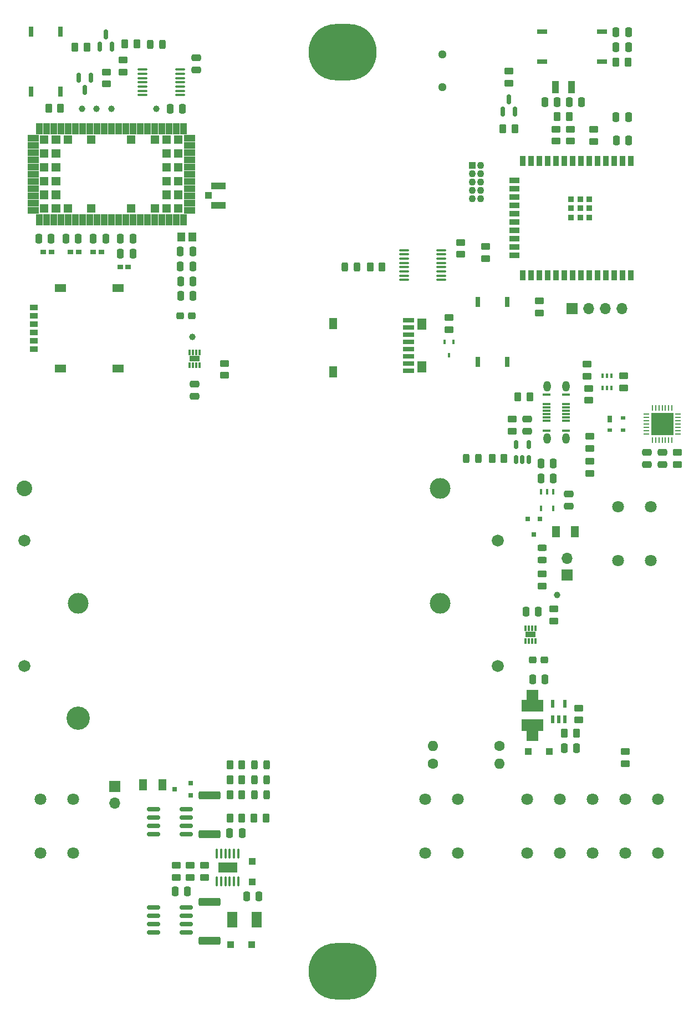
<source format=gbr>
%TF.GenerationSoftware,KiCad,Pcbnew,(6.0.11-0)*%
%TF.CreationDate,2023-04-19T14:38:13+10:00*%
%TF.ProjectId,enviro-node,656e7669-726f-42d6-9e6f-64652e6b6963,rev?*%
%TF.SameCoordinates,Original*%
%TF.FileFunction,Soldermask,Top*%
%TF.FilePolarity,Negative*%
%FSLAX46Y46*%
G04 Gerber Fmt 4.6, Leading zero omitted, Abs format (unit mm)*
G04 Created by KiCad (PCBNEW (6.0.11-0)) date 2023-04-19 14:38:13*
%MOMM*%
%LPD*%
G01*
G04 APERTURE LIST*
G04 Aperture macros list*
%AMRoundRect*
0 Rectangle with rounded corners*
0 $1 Rounding radius*
0 $2 $3 $4 $5 $6 $7 $8 $9 X,Y pos of 4 corners*
0 Add a 4 corners polygon primitive as box body*
4,1,4,$2,$3,$4,$5,$6,$7,$8,$9,$2,$3,0*
0 Add four circle primitives for the rounded corners*
1,1,$1+$1,$2,$3*
1,1,$1+$1,$4,$5*
1,1,$1+$1,$6,$7*
1,1,$1+$1,$8,$9*
0 Add four rect primitives between the rounded corners*
20,1,$1+$1,$2,$3,$4,$5,0*
20,1,$1+$1,$4,$5,$6,$7,0*
20,1,$1+$1,$6,$7,$8,$9,0*
20,1,$1+$1,$8,$9,$2,$3,0*%
G04 Aperture macros list end*
%ADD10C,0.010000*%
%ADD11R,1.050000X1.000000*%
%ADD12R,2.200000X1.050000*%
%ADD13R,0.901700X0.711200*%
%ADD14RoundRect,0.250000X-0.450000X0.262500X-0.450000X-0.262500X0.450000X-0.262500X0.450000X0.262500X0*%
%ADD15RoundRect,0.250000X-0.250000X-0.475000X0.250000X-0.475000X0.250000X0.475000X-0.250000X0.475000X0*%
%ADD16RoundRect,0.250000X-0.262500X-0.450000X0.262500X-0.450000X0.262500X0.450000X-0.262500X0.450000X0*%
%ADD17RoundRect,0.250000X0.262500X0.450000X-0.262500X0.450000X-0.262500X-0.450000X0.262500X-0.450000X0*%
%ADD18RoundRect,0.100000X-0.637500X-0.100000X0.637500X-0.100000X0.637500X0.100000X-0.637500X0.100000X0*%
%ADD19RoundRect,0.150000X-0.825000X-0.150000X0.825000X-0.150000X0.825000X0.150000X-0.825000X0.150000X0*%
%ADD20C,1.600000*%
%ADD21O,1.600000X1.600000*%
%ADD22R,0.450000X0.700000*%
%ADD23RoundRect,0.250000X0.475000X-0.250000X0.475000X0.250000X-0.475000X0.250000X-0.475000X-0.250000X0*%
%ADD24RoundRect,0.250000X0.250000X0.475000X-0.250000X0.475000X-0.250000X-0.475000X0.250000X-0.475000X0*%
%ADD25R,1.090000X1.080000*%
%ADD26RoundRect,0.250000X0.450000X-0.262500X0.450000X0.262500X-0.450000X0.262500X-0.450000X-0.262500X0*%
%ADD27R,0.900000X1.500000*%
%ADD28R,1.500000X0.900000*%
%ADD29R,0.900000X0.900000*%
%ADD30R,0.800000X0.800000*%
%ADD31R,1.170000X1.800000*%
%ADD32R,1.800000X0.800000*%
%ADD33R,1.200000X1.800000*%
%ADD34R,1.400000X1.800000*%
%ADD35RoundRect,0.250000X-0.312500X-0.275000X0.312500X-0.275000X0.312500X0.275000X-0.312500X0.275000X0*%
%ADD36R,1.200000X0.900000*%
%ADD37R,1.800000X1.300000*%
%ADD38RoundRect,0.243750X-0.456250X0.243750X-0.456250X-0.243750X0.456250X-0.243750X0.456250X0.243750X0*%
%ADD39RoundRect,0.250000X-1.425000X0.362500X-1.425000X-0.362500X1.425000X-0.362500X1.425000X0.362500X0*%
%ADD40C,1.803400*%
%ADD41RoundRect,0.243750X-0.243750X-0.456250X0.243750X-0.456250X0.243750X0.456250X-0.243750X0.456250X0*%
%ADD42RoundRect,0.243750X0.243750X0.456250X-0.243750X0.456250X-0.243750X-0.456250X0.243750X-0.456250X0*%
%ADD43RoundRect,0.100000X-0.100000X0.625000X-0.100000X-0.625000X0.100000X-0.625000X0.100000X0.625000X0*%
%ADD44R,2.850000X1.650000*%
%ADD45RoundRect,0.250000X0.312500X0.275000X-0.312500X0.275000X-0.312500X-0.275000X0.312500X-0.275000X0*%
%ADD46R,1.150000X0.300000*%
%ADD47O,1.150000X1.600000*%
%ADD48RoundRect,0.150000X0.150000X-0.587500X0.150000X0.587500X-0.150000X0.587500X-0.150000X-0.587500X0*%
%ADD49C,1.000000*%
%ADD50RoundRect,0.150000X0.150000X-0.512500X0.150000X0.512500X-0.150000X0.512500X-0.150000X-0.512500X0*%
%ADD51R,0.771200X1.538199*%
%ADD52RoundRect,0.041300X0.253700X-0.578700X0.253700X0.578700X-0.253700X0.578700X-0.253700X-0.578700X0*%
%ADD53C,1.280000*%
%ADD54R,1.092200X1.905000*%
%ADD55RoundRect,0.011200X-0.128800X0.358800X-0.128800X-0.358800X0.128800X-0.358800X0.128800X0.358800X0*%
%ADD56R,1.600000X0.900000*%
%ADD57R,0.400000X0.650000*%
%ADD58R,1.200000X1.470000*%
%ADD59R,1.700000X1.700000*%
%ADD60O,1.700000X1.700000*%
%ADD61R,1.080000X1.090000*%
%ADD62C,0.900000*%
%ADD63O,10.400000X8.600000*%
%ADD64R,0.431800X0.927100*%
%ADD65R,0.700000X1.000000*%
%ADD66R,0.700000X0.600000*%
%ADD67R,1.538199X0.771200*%
%ADD68R,1.500000X2.400000*%
%ADD69RoundRect,0.062500X-0.337500X-0.062500X0.337500X-0.062500X0.337500X0.062500X-0.337500X0.062500X0*%
%ADD70RoundRect,0.062500X-0.062500X-0.337500X0.062500X-0.337500X0.062500X0.337500X-0.062500X0.337500X0*%
%ADD71R,3.350000X3.350000*%
%ADD72C,2.387600*%
%ADD73C,3.556000*%
%ADD74C,1.828800*%
%ADD75C,3.175000*%
%ADD76RoundRect,0.150000X-0.150000X0.587500X-0.150000X-0.587500X0.150000X-0.587500X0.150000X0.587500X0*%
%ADD77RoundRect,0.011200X0.128800X-0.358800X0.128800X0.358800X-0.128800X0.358800X-0.128800X-0.358800X0*%
%ADD78R,1.100000X1.100000*%
%ADD79C,1.100000*%
G04 APERTURE END LIST*
%TO.C,U12*%
G36*
X46158556Y-57581110D02*
G01*
X45258556Y-57581110D01*
X45258556Y-55981110D01*
X46158556Y-55981110D01*
X46158556Y-57581110D01*
G37*
D10*
X46158556Y-57581110D02*
X45258556Y-57581110D01*
X45258556Y-55981110D01*
X46158556Y-55981110D01*
X46158556Y-57581110D01*
G36*
X40658556Y-43681110D02*
G01*
X39758556Y-43681110D01*
X39758556Y-42081110D01*
X40658556Y-42081110D01*
X40658556Y-43681110D01*
G37*
X40658556Y-43681110D02*
X39758556Y-43681110D01*
X39758556Y-42081110D01*
X40658556Y-42081110D01*
X40658556Y-43681110D01*
G36*
X52758556Y-43681110D02*
G01*
X51858556Y-43681110D01*
X51858556Y-42081110D01*
X52758556Y-42081110D01*
X52758556Y-43681110D01*
G37*
X52758556Y-43681110D02*
X51858556Y-43681110D01*
X51858556Y-42081110D01*
X52758556Y-42081110D01*
X52758556Y-43681110D01*
G36*
X54958556Y-57581110D02*
G01*
X54058556Y-57581110D01*
X54058556Y-55981110D01*
X54958556Y-55981110D01*
X54958556Y-57581110D01*
G37*
X54958556Y-57581110D02*
X54058556Y-57581110D01*
X54058556Y-55981110D01*
X54958556Y-55981110D01*
X54958556Y-57581110D01*
G36*
X59158556Y-49381110D02*
G01*
X57958556Y-49381110D01*
X57958556Y-48181110D01*
X59158556Y-48181110D01*
X59158556Y-49381110D01*
G37*
X59158556Y-49381110D02*
X57958556Y-49381110D01*
X57958556Y-48181110D01*
X59158556Y-48181110D01*
X59158556Y-49381110D01*
G36*
X57358556Y-45181110D02*
G01*
X56158556Y-45181110D01*
X56158556Y-43981110D01*
X57358556Y-43981110D01*
X57358556Y-45181110D01*
G37*
X57358556Y-45181110D02*
X56158556Y-45181110D01*
X56158556Y-43981110D01*
X57358556Y-43981110D01*
X57358556Y-45181110D01*
G36*
X38958556Y-44781110D02*
G01*
X37358556Y-44781110D01*
X37358556Y-43881110D01*
X38958556Y-43881110D01*
X38958556Y-44781110D01*
G37*
X38958556Y-44781110D02*
X37358556Y-44781110D01*
X37358556Y-43881110D01*
X38958556Y-43881110D01*
X38958556Y-44781110D01*
G36*
X40458556Y-53581110D02*
G01*
X39258556Y-53581110D01*
X39258556Y-52381110D01*
X40458556Y-52381110D01*
X40458556Y-53581110D01*
G37*
X40458556Y-53581110D02*
X39258556Y-53581110D01*
X39258556Y-52381110D01*
X40458556Y-52381110D01*
X40458556Y-53581110D01*
G36*
X60958556Y-47281110D02*
G01*
X59758556Y-47281110D01*
X59758556Y-46081110D01*
X60958556Y-46081110D01*
X60958556Y-47281110D01*
G37*
X60958556Y-47281110D02*
X59758556Y-47281110D01*
X59758556Y-46081110D01*
X60958556Y-46081110D01*
X60958556Y-47281110D01*
G36*
X59158556Y-45181110D02*
G01*
X57958556Y-45181110D01*
X57958556Y-43981110D01*
X59158556Y-43981110D01*
X59158556Y-45181110D01*
G37*
X59158556Y-45181110D02*
X57958556Y-45181110D01*
X57958556Y-43981110D01*
X59158556Y-43981110D01*
X59158556Y-45181110D01*
G36*
X62858556Y-53581110D02*
G01*
X61258556Y-53581110D01*
X61258556Y-52681110D01*
X62858556Y-52681110D01*
X62858556Y-53581110D01*
G37*
X62858556Y-53581110D02*
X61258556Y-53581110D01*
X61258556Y-52681110D01*
X62858556Y-52681110D01*
X62858556Y-53581110D01*
G36*
X45058556Y-57581110D02*
G01*
X44158556Y-57581110D01*
X44158556Y-55981110D01*
X45058556Y-55981110D01*
X45058556Y-57581110D01*
G37*
X45058556Y-57581110D02*
X44158556Y-57581110D01*
X44158556Y-55981110D01*
X45058556Y-55981110D01*
X45058556Y-57581110D01*
G36*
X44058556Y-45181110D02*
G01*
X42858556Y-45181110D01*
X42858556Y-43981110D01*
X44058556Y-43981110D01*
X44058556Y-45181110D01*
G37*
X44058556Y-45181110D02*
X42858556Y-45181110D01*
X42858556Y-43981110D01*
X44058556Y-43981110D01*
X44058556Y-45181110D01*
G36*
X62858556Y-45881110D02*
G01*
X61258556Y-45881110D01*
X61258556Y-44981110D01*
X62858556Y-44981110D01*
X62858556Y-45881110D01*
G37*
X62858556Y-45881110D02*
X61258556Y-45881110D01*
X61258556Y-44981110D01*
X62858556Y-44981110D01*
X62858556Y-45881110D01*
G36*
X53858556Y-57581110D02*
G01*
X52958556Y-57581110D01*
X52958556Y-55981110D01*
X53858556Y-55981110D01*
X53858556Y-57581110D01*
G37*
X53858556Y-57581110D02*
X52958556Y-57581110D01*
X52958556Y-55981110D01*
X53858556Y-55981110D01*
X53858556Y-57581110D01*
G36*
X59158556Y-55681110D02*
G01*
X57958556Y-55681110D01*
X57958556Y-54481110D01*
X59158556Y-54481110D01*
X59158556Y-55681110D01*
G37*
X59158556Y-55681110D02*
X57958556Y-55681110D01*
X57958556Y-54481110D01*
X59158556Y-54481110D01*
X59158556Y-55681110D01*
G36*
X42858556Y-57581110D02*
G01*
X41958556Y-57581110D01*
X41958556Y-55981110D01*
X42858556Y-55981110D01*
X42858556Y-57581110D01*
G37*
X42858556Y-57581110D02*
X41958556Y-57581110D01*
X41958556Y-55981110D01*
X42858556Y-55981110D01*
X42858556Y-57581110D01*
G36*
X49458556Y-57581110D02*
G01*
X48558556Y-57581110D01*
X48558556Y-55981110D01*
X49458556Y-55981110D01*
X49458556Y-57581110D01*
G37*
X49458556Y-57581110D02*
X48558556Y-57581110D01*
X48558556Y-55981110D01*
X49458556Y-55981110D01*
X49458556Y-57581110D01*
G36*
X59158556Y-51481110D02*
G01*
X57958556Y-51481110D01*
X57958556Y-50281110D01*
X59158556Y-50281110D01*
X59158556Y-51481110D01*
G37*
X59158556Y-51481110D02*
X57958556Y-51481110D01*
X57958556Y-50281110D01*
X59158556Y-50281110D01*
X59158556Y-51481110D01*
G36*
X46158556Y-43681110D02*
G01*
X45258556Y-43681110D01*
X45258556Y-42081110D01*
X46158556Y-42081110D01*
X46158556Y-43681110D01*
G37*
X46158556Y-43681110D02*
X45258556Y-43681110D01*
X45258556Y-42081110D01*
X46158556Y-42081110D01*
X46158556Y-43681110D01*
G36*
X40458556Y-49381110D02*
G01*
X39258556Y-49381110D01*
X39258556Y-48181110D01*
X40458556Y-48181110D01*
X40458556Y-49381110D01*
G37*
X40458556Y-49381110D02*
X39258556Y-49381110D01*
X39258556Y-48181110D01*
X40458556Y-48181110D01*
X40458556Y-49381110D01*
G36*
X62858556Y-44781110D02*
G01*
X61258556Y-44781110D01*
X61258556Y-43881110D01*
X62858556Y-43881110D01*
X62858556Y-44781110D01*
G37*
X62858556Y-44781110D02*
X61258556Y-44781110D01*
X61258556Y-43881110D01*
X62858556Y-43881110D01*
X62858556Y-44781110D01*
G36*
X39558556Y-43681110D02*
G01*
X38658556Y-43681110D01*
X38658556Y-42081110D01*
X39558556Y-42081110D01*
X39558556Y-43681110D01*
G37*
X39558556Y-43681110D02*
X38658556Y-43681110D01*
X38658556Y-42081110D01*
X39558556Y-42081110D01*
X39558556Y-43681110D01*
G36*
X40458556Y-47281110D02*
G01*
X39258556Y-47281110D01*
X39258556Y-46081110D01*
X40458556Y-46081110D01*
X40458556Y-47281110D01*
G37*
X40458556Y-47281110D02*
X39258556Y-47281110D01*
X39258556Y-46081110D01*
X40458556Y-46081110D01*
X40458556Y-47281110D01*
G36*
X40458556Y-51481110D02*
G01*
X39258556Y-51481110D01*
X39258556Y-50281110D01*
X40458556Y-50281110D01*
X40458556Y-51481110D01*
G37*
X40458556Y-51481110D02*
X39258556Y-51481110D01*
X39258556Y-50281110D01*
X40458556Y-50281110D01*
X40458556Y-51481110D01*
G36*
X43958556Y-43681110D02*
G01*
X43058556Y-43681110D01*
X43058556Y-42081110D01*
X43958556Y-42081110D01*
X43958556Y-43681110D01*
G37*
X43958556Y-43681110D02*
X43058556Y-43681110D01*
X43058556Y-42081110D01*
X43958556Y-42081110D01*
X43958556Y-43681110D01*
G36*
X40658556Y-57581110D02*
G01*
X39758556Y-57581110D01*
X39758556Y-55981110D01*
X40658556Y-55981110D01*
X40658556Y-57581110D01*
G37*
X40658556Y-57581110D02*
X39758556Y-57581110D01*
X39758556Y-55981110D01*
X40658556Y-55981110D01*
X40658556Y-57581110D01*
G36*
X38958556Y-55781110D02*
G01*
X37358556Y-55781110D01*
X37358556Y-54881110D01*
X38958556Y-54881110D01*
X38958556Y-55781110D01*
G37*
X38958556Y-55781110D02*
X37358556Y-55781110D01*
X37358556Y-54881110D01*
X38958556Y-54881110D01*
X38958556Y-55781110D01*
G36*
X59158556Y-53581110D02*
G01*
X57958556Y-53581110D01*
X57958556Y-52381110D01*
X59158556Y-52381110D01*
X59158556Y-53581110D01*
G37*
X59158556Y-53581110D02*
X57958556Y-53581110D01*
X57958556Y-52381110D01*
X59158556Y-52381110D01*
X59158556Y-53581110D01*
G36*
X38958556Y-51381110D02*
G01*
X37358556Y-51381110D01*
X37358556Y-50481110D01*
X38958556Y-50481110D01*
X38958556Y-51381110D01*
G37*
X38958556Y-51381110D02*
X37358556Y-51381110D01*
X37358556Y-50481110D01*
X38958556Y-50481110D01*
X38958556Y-51381110D01*
G36*
X38958556Y-50281110D02*
G01*
X37358556Y-50281110D01*
X37358556Y-49381110D01*
X38958556Y-49381110D01*
X38958556Y-50281110D01*
G37*
X38958556Y-50281110D02*
X37358556Y-50281110D01*
X37358556Y-49381110D01*
X38958556Y-49381110D01*
X38958556Y-50281110D01*
G36*
X50558556Y-43681110D02*
G01*
X49658556Y-43681110D01*
X49658556Y-42081110D01*
X50558556Y-42081110D01*
X50558556Y-43681110D01*
G37*
X50558556Y-43681110D02*
X49658556Y-43681110D01*
X49658556Y-42081110D01*
X50558556Y-42081110D01*
X50558556Y-43681110D01*
G36*
X42258556Y-55681110D02*
G01*
X41058556Y-55681110D01*
X41058556Y-54481110D01*
X42258556Y-54481110D01*
X42258556Y-55681110D01*
G37*
X42258556Y-55681110D02*
X41058556Y-55681110D01*
X41058556Y-54481110D01*
X42258556Y-54481110D01*
X42258556Y-55681110D01*
G36*
X61558556Y-57581110D02*
G01*
X60658556Y-57581110D01*
X60658556Y-55981110D01*
X61558556Y-55981110D01*
X61558556Y-57581110D01*
G37*
X61558556Y-57581110D02*
X60658556Y-57581110D01*
X60658556Y-55981110D01*
X61558556Y-55981110D01*
X61558556Y-57581110D01*
G36*
X53858556Y-43681110D02*
G01*
X52958556Y-43681110D01*
X52958556Y-42081110D01*
X53858556Y-42081110D01*
X53858556Y-43681110D01*
G37*
X53858556Y-43681110D02*
X52958556Y-43681110D01*
X52958556Y-42081110D01*
X53858556Y-42081110D01*
X53858556Y-43681110D01*
G36*
X56058556Y-43681110D02*
G01*
X55158556Y-43681110D01*
X55158556Y-42081110D01*
X56058556Y-42081110D01*
X56058556Y-43681110D01*
G37*
X56058556Y-43681110D02*
X55158556Y-43681110D01*
X55158556Y-42081110D01*
X56058556Y-42081110D01*
X56058556Y-43681110D01*
G36*
X60958556Y-45181110D02*
G01*
X59758556Y-45181110D01*
X59758556Y-43981110D01*
X60958556Y-43981110D01*
X60958556Y-45181110D01*
G37*
X60958556Y-45181110D02*
X59758556Y-45181110D01*
X59758556Y-43981110D01*
X60958556Y-43981110D01*
X60958556Y-45181110D01*
G36*
X60458556Y-57581110D02*
G01*
X59558556Y-57581110D01*
X59558556Y-55981110D01*
X60458556Y-55981110D01*
X60458556Y-57581110D01*
G37*
X60458556Y-57581110D02*
X59558556Y-57581110D01*
X59558556Y-55981110D01*
X60458556Y-55981110D01*
X60458556Y-57581110D01*
G36*
X51658556Y-43681110D02*
G01*
X50758556Y-43681110D01*
X50758556Y-42081110D01*
X51658556Y-42081110D01*
X51658556Y-43681110D01*
G37*
X51658556Y-43681110D02*
X50758556Y-43681110D01*
X50758556Y-42081110D01*
X51658556Y-42081110D01*
X51658556Y-43681110D01*
G36*
X42258556Y-51481110D02*
G01*
X41058556Y-51481110D01*
X41058556Y-50281110D01*
X42258556Y-50281110D01*
X42258556Y-51481110D01*
G37*
X42258556Y-51481110D02*
X41058556Y-51481110D01*
X41058556Y-50281110D01*
X42258556Y-50281110D01*
X42258556Y-51481110D01*
G36*
X44058556Y-55681110D02*
G01*
X42858556Y-55681110D01*
X42858556Y-54481110D01*
X44058556Y-54481110D01*
X44058556Y-55681110D01*
G37*
X44058556Y-55681110D02*
X42858556Y-55681110D01*
X42858556Y-54481110D01*
X44058556Y-54481110D01*
X44058556Y-55681110D01*
G36*
X38958556Y-54681110D02*
G01*
X37358556Y-54681110D01*
X37358556Y-53781110D01*
X38958556Y-53781110D01*
X38958556Y-54681110D01*
G37*
X38958556Y-54681110D02*
X37358556Y-54681110D01*
X37358556Y-53781110D01*
X38958556Y-53781110D01*
X38958556Y-54681110D01*
G36*
X53758556Y-55681110D02*
G01*
X52558556Y-55681110D01*
X52558556Y-54481110D01*
X53758556Y-54481110D01*
X53758556Y-55681110D01*
G37*
X53758556Y-55681110D02*
X52558556Y-55681110D01*
X52558556Y-54481110D01*
X53758556Y-54481110D01*
X53758556Y-55681110D01*
G36*
X51658556Y-57581110D02*
G01*
X50758556Y-57581110D01*
X50758556Y-55981110D01*
X51658556Y-55981110D01*
X51658556Y-57581110D01*
G37*
X51658556Y-57581110D02*
X50758556Y-57581110D01*
X50758556Y-55981110D01*
X51658556Y-55981110D01*
X51658556Y-57581110D01*
G36*
X54958556Y-43681110D02*
G01*
X54058556Y-43681110D01*
X54058556Y-42081110D01*
X54958556Y-42081110D01*
X54958556Y-43681110D01*
G37*
X54958556Y-43681110D02*
X54058556Y-43681110D01*
X54058556Y-42081110D01*
X54958556Y-42081110D01*
X54958556Y-43681110D01*
G36*
X56058556Y-57581110D02*
G01*
X55158556Y-57581110D01*
X55158556Y-55981110D01*
X56058556Y-55981110D01*
X56058556Y-57581110D01*
G37*
X56058556Y-57581110D02*
X55158556Y-57581110D01*
X55158556Y-55981110D01*
X56058556Y-55981110D01*
X56058556Y-57581110D01*
G36*
X58258556Y-57581110D02*
G01*
X57358556Y-57581110D01*
X57358556Y-55981110D01*
X58258556Y-55981110D01*
X58258556Y-57581110D01*
G37*
X58258556Y-57581110D02*
X57358556Y-57581110D01*
X57358556Y-55981110D01*
X58258556Y-55981110D01*
X58258556Y-57581110D01*
G36*
X38958556Y-49181110D02*
G01*
X37358556Y-49181110D01*
X37358556Y-48281110D01*
X38958556Y-48281110D01*
X38958556Y-49181110D01*
G37*
X38958556Y-49181110D02*
X37358556Y-49181110D01*
X37358556Y-48281110D01*
X38958556Y-48281110D01*
X38958556Y-49181110D01*
G36*
X48358556Y-57581110D02*
G01*
X47458556Y-57581110D01*
X47458556Y-55981110D01*
X48358556Y-55981110D01*
X48358556Y-57581110D01*
G37*
X48358556Y-57581110D02*
X47458556Y-57581110D01*
X47458556Y-55981110D01*
X48358556Y-55981110D01*
X48358556Y-57581110D01*
G36*
X57158556Y-43681110D02*
G01*
X56258556Y-43681110D01*
X56258556Y-42081110D01*
X57158556Y-42081110D01*
X57158556Y-43681110D01*
G37*
X57158556Y-43681110D02*
X56258556Y-43681110D01*
X56258556Y-42081110D01*
X57158556Y-42081110D01*
X57158556Y-43681110D01*
G36*
X48358556Y-43681110D02*
G01*
X47458556Y-43681110D01*
X47458556Y-42081110D01*
X48358556Y-42081110D01*
X48358556Y-43681110D01*
G37*
X48358556Y-43681110D02*
X47458556Y-43681110D01*
X47458556Y-42081110D01*
X48358556Y-42081110D01*
X48358556Y-43681110D01*
G36*
X60458556Y-43681110D02*
G01*
X59558556Y-43681110D01*
X59558556Y-42081110D01*
X60458556Y-42081110D01*
X60458556Y-43681110D01*
G37*
X60458556Y-43681110D02*
X59558556Y-43681110D01*
X59558556Y-42081110D01*
X60458556Y-42081110D01*
X60458556Y-43681110D01*
G36*
X62858556Y-51381110D02*
G01*
X61258556Y-51381110D01*
X61258556Y-50481110D01*
X62858556Y-50481110D01*
X62858556Y-51381110D01*
G37*
X62858556Y-51381110D02*
X61258556Y-51381110D01*
X61258556Y-50481110D01*
X62858556Y-50481110D01*
X62858556Y-51381110D01*
G36*
X42258556Y-45181110D02*
G01*
X41058556Y-45181110D01*
X41058556Y-43981110D01*
X42258556Y-43981110D01*
X42258556Y-45181110D01*
G37*
X42258556Y-45181110D02*
X41058556Y-45181110D01*
X41058556Y-43981110D01*
X42258556Y-43981110D01*
X42258556Y-45181110D01*
G36*
X62858556Y-54681110D02*
G01*
X61258556Y-54681110D01*
X61258556Y-53781110D01*
X62858556Y-53781110D01*
X62858556Y-54681110D01*
G37*
X62858556Y-54681110D02*
X61258556Y-54681110D01*
X61258556Y-53781110D01*
X62858556Y-53781110D01*
X62858556Y-54681110D01*
G36*
X60958556Y-55681110D02*
G01*
X59758556Y-55681110D01*
X59758556Y-54481110D01*
X60958556Y-54481110D01*
X60958556Y-55681110D01*
G37*
X60958556Y-55681110D02*
X59758556Y-55681110D01*
X59758556Y-54481110D01*
X60958556Y-54481110D01*
X60958556Y-55681110D01*
G36*
X52758556Y-57581110D02*
G01*
X51858556Y-57581110D01*
X51858556Y-55981110D01*
X52758556Y-55981110D01*
X52758556Y-57581110D01*
G37*
X52758556Y-57581110D02*
X51858556Y-57581110D01*
X51858556Y-55981110D01*
X52758556Y-55981110D01*
X52758556Y-57581110D01*
G36*
X60958556Y-49381110D02*
G01*
X59758556Y-49381110D01*
X59758556Y-48181110D01*
X60958556Y-48181110D01*
X60958556Y-49381110D01*
G37*
X60958556Y-49381110D02*
X59758556Y-49381110D01*
X59758556Y-48181110D01*
X60958556Y-48181110D01*
X60958556Y-49381110D01*
G36*
X43958556Y-57581110D02*
G01*
X43058556Y-57581110D01*
X43058556Y-55981110D01*
X43958556Y-55981110D01*
X43958556Y-57581110D01*
G37*
X43958556Y-57581110D02*
X43058556Y-57581110D01*
X43058556Y-55981110D01*
X43958556Y-55981110D01*
X43958556Y-57581110D01*
G36*
X62858556Y-46981110D02*
G01*
X61258556Y-46981110D01*
X61258556Y-46081110D01*
X62858556Y-46081110D01*
X62858556Y-46981110D01*
G37*
X62858556Y-46981110D02*
X61258556Y-46981110D01*
X61258556Y-46081110D01*
X62858556Y-46081110D01*
X62858556Y-46981110D01*
G36*
X38958556Y-48081110D02*
G01*
X37358556Y-48081110D01*
X37358556Y-47181110D01*
X38958556Y-47181110D01*
X38958556Y-48081110D01*
G37*
X38958556Y-48081110D02*
X37358556Y-48081110D01*
X37358556Y-47181110D01*
X38958556Y-47181110D01*
X38958556Y-48081110D01*
G36*
X58258556Y-43681110D02*
G01*
X57358556Y-43681110D01*
X57358556Y-42081110D01*
X58258556Y-42081110D01*
X58258556Y-43681110D01*
G37*
X58258556Y-43681110D02*
X57358556Y-43681110D01*
X57358556Y-42081110D01*
X58258556Y-42081110D01*
X58258556Y-43681110D01*
G36*
X38958556Y-46981110D02*
G01*
X37358556Y-46981110D01*
X37358556Y-46081110D01*
X38958556Y-46081110D01*
X38958556Y-46981110D01*
G37*
X38958556Y-46981110D02*
X37358556Y-46981110D01*
X37358556Y-46081110D01*
X38958556Y-46081110D01*
X38958556Y-46981110D01*
G36*
X38958556Y-52481110D02*
G01*
X37358556Y-52481110D01*
X37358556Y-51581110D01*
X38958556Y-51581110D01*
X38958556Y-52481110D01*
G37*
X38958556Y-52481110D02*
X37358556Y-52481110D01*
X37358556Y-51581110D01*
X38958556Y-51581110D01*
X38958556Y-52481110D01*
G36*
X53758556Y-45181110D02*
G01*
X52558556Y-45181110D01*
X52558556Y-43981110D01*
X53758556Y-43981110D01*
X53758556Y-45181110D01*
G37*
X53758556Y-45181110D02*
X52558556Y-45181110D01*
X52558556Y-43981110D01*
X53758556Y-43981110D01*
X53758556Y-45181110D01*
G36*
X60958556Y-51481110D02*
G01*
X59758556Y-51481110D01*
X59758556Y-50281110D01*
X60958556Y-50281110D01*
X60958556Y-51481110D01*
G37*
X60958556Y-51481110D02*
X59758556Y-51481110D01*
X59758556Y-50281110D01*
X60958556Y-50281110D01*
X60958556Y-51481110D01*
G36*
X42858556Y-43681110D02*
G01*
X41958556Y-43681110D01*
X41958556Y-42081110D01*
X42858556Y-42081110D01*
X42858556Y-43681110D01*
G37*
X42858556Y-43681110D02*
X41958556Y-43681110D01*
X41958556Y-42081110D01*
X42858556Y-42081110D01*
X42858556Y-43681110D01*
G36*
X62858556Y-52481110D02*
G01*
X61258556Y-52481110D01*
X61258556Y-51581110D01*
X62858556Y-51581110D01*
X62858556Y-52481110D01*
G37*
X62858556Y-52481110D02*
X61258556Y-52481110D01*
X61258556Y-51581110D01*
X62858556Y-51581110D01*
X62858556Y-52481110D01*
G36*
X49458556Y-43681110D02*
G01*
X48558556Y-43681110D01*
X48558556Y-42081110D01*
X49458556Y-42081110D01*
X49458556Y-43681110D01*
G37*
X49458556Y-43681110D02*
X48558556Y-43681110D01*
X48558556Y-42081110D01*
X49458556Y-42081110D01*
X49458556Y-43681110D01*
G36*
X42258556Y-53581110D02*
G01*
X41058556Y-53581110D01*
X41058556Y-52381110D01*
X42258556Y-52381110D01*
X42258556Y-53581110D01*
G37*
X42258556Y-53581110D02*
X41058556Y-53581110D01*
X41058556Y-52381110D01*
X42258556Y-52381110D01*
X42258556Y-53581110D01*
G36*
X57358556Y-55681110D02*
G01*
X56158556Y-55681110D01*
X56158556Y-54481110D01*
X57358556Y-54481110D01*
X57358556Y-55681110D01*
G37*
X57358556Y-55681110D02*
X56158556Y-55681110D01*
X56158556Y-54481110D01*
X57358556Y-54481110D01*
X57358556Y-55681110D01*
G36*
X47658556Y-45181110D02*
G01*
X46458556Y-45181110D01*
X46458556Y-43981110D01*
X47658556Y-43981110D01*
X47658556Y-45181110D01*
G37*
X47658556Y-45181110D02*
X46458556Y-45181110D01*
X46458556Y-43981110D01*
X47658556Y-43981110D01*
X47658556Y-45181110D01*
G36*
X47658556Y-55681110D02*
G01*
X46458556Y-55681110D01*
X46458556Y-54481110D01*
X47658556Y-54481110D01*
X47658556Y-55681110D01*
G37*
X47658556Y-55681110D02*
X46458556Y-55681110D01*
X46458556Y-54481110D01*
X47658556Y-54481110D01*
X47658556Y-55681110D01*
G36*
X61558556Y-43681110D02*
G01*
X60658556Y-43681110D01*
X60658556Y-42081110D01*
X61558556Y-42081110D01*
X61558556Y-43681110D01*
G37*
X61558556Y-43681110D02*
X60658556Y-43681110D01*
X60658556Y-42081110D01*
X61558556Y-42081110D01*
X61558556Y-43681110D01*
G36*
X45058556Y-43681110D02*
G01*
X44158556Y-43681110D01*
X44158556Y-42081110D01*
X45058556Y-42081110D01*
X45058556Y-43681110D01*
G37*
X45058556Y-43681110D02*
X44158556Y-43681110D01*
X44158556Y-42081110D01*
X45058556Y-42081110D01*
X45058556Y-43681110D01*
G36*
X38958556Y-53581110D02*
G01*
X37358556Y-53581110D01*
X37358556Y-52681110D01*
X38958556Y-52681110D01*
X38958556Y-53581110D01*
G37*
X38958556Y-53581110D02*
X37358556Y-53581110D01*
X37358556Y-52681110D01*
X38958556Y-52681110D01*
X38958556Y-53581110D01*
G36*
X40458556Y-45181110D02*
G01*
X39258556Y-45181110D01*
X39258556Y-43981110D01*
X40458556Y-43981110D01*
X40458556Y-45181110D01*
G37*
X40458556Y-45181110D02*
X39258556Y-45181110D01*
X39258556Y-43981110D01*
X40458556Y-43981110D01*
X40458556Y-45181110D01*
G36*
X42258556Y-49381110D02*
G01*
X41058556Y-49381110D01*
X41058556Y-48181110D01*
X42258556Y-48181110D01*
X42258556Y-49381110D01*
G37*
X42258556Y-49381110D02*
X41058556Y-49381110D01*
X41058556Y-48181110D01*
X42258556Y-48181110D01*
X42258556Y-49381110D01*
G36*
X47258556Y-57581110D02*
G01*
X46358556Y-57581110D01*
X46358556Y-55981110D01*
X47258556Y-55981110D01*
X47258556Y-57581110D01*
G37*
X47258556Y-57581110D02*
X46358556Y-57581110D01*
X46358556Y-55981110D01*
X47258556Y-55981110D01*
X47258556Y-57581110D01*
G36*
X59358556Y-43681110D02*
G01*
X58458556Y-43681110D01*
X58458556Y-42081110D01*
X59358556Y-42081110D01*
X59358556Y-43681110D01*
G37*
X59358556Y-43681110D02*
X58458556Y-43681110D01*
X58458556Y-42081110D01*
X59358556Y-42081110D01*
X59358556Y-43681110D01*
G36*
X62858556Y-50281110D02*
G01*
X61258556Y-50281110D01*
X61258556Y-49381110D01*
X62858556Y-49381110D01*
X62858556Y-50281110D01*
G37*
X62858556Y-50281110D02*
X61258556Y-50281110D01*
X61258556Y-49381110D01*
X62858556Y-49381110D01*
X62858556Y-50281110D01*
G36*
X50558556Y-57581110D02*
G01*
X49658556Y-57581110D01*
X49658556Y-55981110D01*
X50558556Y-55981110D01*
X50558556Y-57581110D01*
G37*
X50558556Y-57581110D02*
X49658556Y-57581110D01*
X49658556Y-55981110D01*
X50558556Y-55981110D01*
X50558556Y-57581110D01*
G36*
X38958556Y-45881110D02*
G01*
X37358556Y-45881110D01*
X37358556Y-44981110D01*
X38958556Y-44981110D01*
X38958556Y-45881110D01*
G37*
X38958556Y-45881110D02*
X37358556Y-45881110D01*
X37358556Y-44981110D01*
X38958556Y-44981110D01*
X38958556Y-45881110D01*
G36*
X57158556Y-57581110D02*
G01*
X56258556Y-57581110D01*
X56258556Y-55981110D01*
X57158556Y-55981110D01*
X57158556Y-57581110D01*
G37*
X57158556Y-57581110D02*
X56258556Y-57581110D01*
X56258556Y-55981110D01*
X57158556Y-55981110D01*
X57158556Y-57581110D01*
G36*
X62858556Y-48081110D02*
G01*
X61258556Y-48081110D01*
X61258556Y-47181110D01*
X62858556Y-47181110D01*
X62858556Y-48081110D01*
G37*
X62858556Y-48081110D02*
X61258556Y-48081110D01*
X61258556Y-47181110D01*
X62858556Y-47181110D01*
X62858556Y-48081110D01*
G36*
X62858556Y-49181110D02*
G01*
X61258556Y-49181110D01*
X61258556Y-48281110D01*
X62858556Y-48281110D01*
X62858556Y-49181110D01*
G37*
X62858556Y-49181110D02*
X61258556Y-49181110D01*
X61258556Y-48281110D01*
X62858556Y-48281110D01*
X62858556Y-49181110D01*
G36*
X42258556Y-47281110D02*
G01*
X41058556Y-47281110D01*
X41058556Y-46081110D01*
X42258556Y-46081110D01*
X42258556Y-47281110D01*
G37*
X42258556Y-47281110D02*
X41058556Y-47281110D01*
X41058556Y-46081110D01*
X42258556Y-46081110D01*
X42258556Y-47281110D01*
G36*
X47258556Y-43681110D02*
G01*
X46358556Y-43681110D01*
X46358556Y-42081110D01*
X47258556Y-42081110D01*
X47258556Y-43681110D01*
G37*
X47258556Y-43681110D02*
X46358556Y-43681110D01*
X46358556Y-42081110D01*
X47258556Y-42081110D01*
X47258556Y-43681110D01*
G36*
X62858556Y-55781110D02*
G01*
X61258556Y-55781110D01*
X61258556Y-54881110D01*
X62858556Y-54881110D01*
X62858556Y-55781110D01*
G37*
X62858556Y-55781110D02*
X61258556Y-55781110D01*
X61258556Y-54881110D01*
X62858556Y-54881110D01*
X62858556Y-55781110D01*
G36*
X39558556Y-57581110D02*
G01*
X38658556Y-57581110D01*
X38658556Y-55981110D01*
X39558556Y-55981110D01*
X39558556Y-57581110D01*
G37*
X39558556Y-57581110D02*
X38658556Y-57581110D01*
X38658556Y-55981110D01*
X39558556Y-55981110D01*
X39558556Y-57581110D01*
G36*
X60958556Y-53581110D02*
G01*
X59758556Y-53581110D01*
X59758556Y-52381110D01*
X60958556Y-52381110D01*
X60958556Y-53581110D01*
G37*
X60958556Y-53581110D02*
X59758556Y-53581110D01*
X59758556Y-52381110D01*
X60958556Y-52381110D01*
X60958556Y-53581110D01*
G36*
X41758556Y-43681110D02*
G01*
X40858556Y-43681110D01*
X40858556Y-42081110D01*
X41758556Y-42081110D01*
X41758556Y-43681110D01*
G37*
X41758556Y-43681110D02*
X40858556Y-43681110D01*
X40858556Y-42081110D01*
X41758556Y-42081110D01*
X41758556Y-43681110D01*
G36*
X40458556Y-55681110D02*
G01*
X39258556Y-55681110D01*
X39258556Y-54481110D01*
X40458556Y-54481110D01*
X40458556Y-55681110D01*
G37*
X40458556Y-55681110D02*
X39258556Y-55681110D01*
X39258556Y-54481110D01*
X40458556Y-54481110D01*
X40458556Y-55681110D01*
G36*
X59158556Y-47281110D02*
G01*
X57958556Y-47281110D01*
X57958556Y-46081110D01*
X59158556Y-46081110D01*
X59158556Y-47281110D01*
G37*
X59158556Y-47281110D02*
X57958556Y-47281110D01*
X57958556Y-46081110D01*
X59158556Y-46081110D01*
X59158556Y-47281110D01*
G36*
X41758556Y-57581110D02*
G01*
X40858556Y-57581110D01*
X40858556Y-55981110D01*
X41758556Y-55981110D01*
X41758556Y-57581110D01*
G37*
X41758556Y-57581110D02*
X40858556Y-57581110D01*
X40858556Y-55981110D01*
X41758556Y-55981110D01*
X41758556Y-57581110D01*
G36*
X59358556Y-57581110D02*
G01*
X58458556Y-57581110D01*
X58458556Y-55981110D01*
X59358556Y-55981110D01*
X59358556Y-57581110D01*
G37*
X59358556Y-57581110D02*
X58458556Y-57581110D01*
X58458556Y-55981110D01*
X59358556Y-55981110D01*
X59358556Y-57581110D01*
%TO.C,L2*%
G36*
X116038556Y-134724610D02*
G01*
X115288556Y-134724610D01*
X115288556Y-136224610D01*
X113588556Y-136224610D01*
X113588556Y-134724610D01*
X112838556Y-134724610D01*
X112838556Y-133024610D01*
X116038556Y-133024610D01*
X116038556Y-134724610D01*
G37*
X116038556Y-134724610D02*
X115288556Y-134724610D01*
X115288556Y-136224610D01*
X113588556Y-136224610D01*
X113588556Y-134724610D01*
X112838556Y-134724610D01*
X112838556Y-133024610D01*
X116038556Y-133024610D01*
X116038556Y-134724610D01*
G36*
X115288556Y-130024610D02*
G01*
X116038556Y-130024610D01*
X116038556Y-131724610D01*
X112838556Y-131724610D01*
X112838556Y-130024610D01*
X113588556Y-130024610D01*
X113588556Y-128524610D01*
X115288556Y-128524610D01*
X115288556Y-130024610D01*
G37*
X115288556Y-130024610D02*
X116038556Y-130024610D01*
X116038556Y-131724610D01*
X112838556Y-131724610D01*
X112838556Y-130024610D01*
X113588556Y-130024610D01*
X113588556Y-128524610D01*
X115288556Y-128524610D01*
X115288556Y-130024610D01*
%TD*%
D11*
%TO.C,J11*%
X64993556Y-53131110D03*
D12*
X66518556Y-51656110D03*
X66518556Y-54606110D03*
%TD*%
D13*
%TO.C,CR1*%
X47357906Y-61706610D03*
X48615206Y-61706610D03*
%TD*%
D14*
%TO.C,R34*%
X121550556Y-131311610D03*
X121550556Y-133136610D03*
%TD*%
%TO.C,R16*%
X103516556Y-60273610D03*
X103516556Y-62098610D03*
%TD*%
%TO.C,R29*%
X111390556Y-87266110D03*
X111390556Y-89091110D03*
%TD*%
D15*
%TO.C,C16*%
X115774556Y-94020610D03*
X117674556Y-94020610D03*
%TD*%
%TO.C,C19*%
X115774556Y-96306610D03*
X117674556Y-96306610D03*
%TD*%
D16*
%TO.C,R22*%
X68246056Y-148122610D03*
X70071056Y-148122610D03*
%TD*%
D17*
%TO.C,R11*%
X111795056Y-42966610D03*
X109970056Y-42966610D03*
%TD*%
D14*
%TO.C,R1*%
X123214556Y-89872110D03*
X123214556Y-91697110D03*
%TD*%
D18*
%TO.C,U3*%
X94837056Y-61448610D03*
X94837056Y-62098610D03*
X94837056Y-62748610D03*
X94837056Y-63398610D03*
X94837056Y-64048610D03*
X94837056Y-64698610D03*
X94837056Y-65348610D03*
X94837056Y-65998610D03*
X100562056Y-65998610D03*
X100562056Y-65348610D03*
X100562056Y-64698610D03*
X100562056Y-64048610D03*
X100562056Y-63398610D03*
X100562056Y-62748610D03*
X100562056Y-62098610D03*
X100562056Y-61448610D03*
%TD*%
D19*
%TO.C,U4*%
X56608556Y-146783610D03*
X56608556Y-148053610D03*
X56608556Y-149323610D03*
X56608556Y-150593610D03*
X61558556Y-150593610D03*
X61558556Y-149323610D03*
X61558556Y-148053610D03*
X61558556Y-146783610D03*
%TD*%
D20*
%TO.C,R42*%
X99288600Y-139801600D03*
D21*
X109448600Y-139801600D03*
%TD*%
D22*
%TO.C,Q3*%
X102388556Y-75494610D03*
X101088556Y-75494610D03*
X101738556Y-77494610D03*
%TD*%
D14*
%TO.C,R17*%
X107326556Y-60923610D03*
X107326556Y-62748610D03*
%TD*%
D23*
%TO.C,C4*%
X134364556Y-94208610D03*
X134364556Y-92308610D03*
%TD*%
D24*
%TO.C,C7*%
X129138556Y-41134610D03*
X127238556Y-41134610D03*
%TD*%
D16*
%TO.C,R23*%
X71925556Y-148122610D03*
X73750556Y-148122610D03*
%TD*%
D25*
%TO.C,D6*%
X71711056Y-154675610D03*
X71711056Y-157825610D03*
%TD*%
D24*
%TO.C,C31*%
X40950056Y-59730610D03*
X39050056Y-59730610D03*
%TD*%
D20*
%TO.C,R43*%
X109448600Y-137083800D03*
D21*
X99288600Y-137083800D03*
%TD*%
D14*
%TO.C,R37*%
X67448556Y-78733610D03*
X67448556Y-80558610D03*
%TD*%
D17*
%TO.C,RV1*%
X42386557Y-39818610D03*
X40561557Y-39818610D03*
%TD*%
D18*
%TO.C,U13*%
X54934056Y-33904610D03*
X54934056Y-34554610D03*
X54934056Y-35204610D03*
X54934056Y-35854610D03*
X54934056Y-36504610D03*
X54934056Y-37154610D03*
X54934056Y-37804610D03*
X60659056Y-37804610D03*
X60659056Y-37154610D03*
X60659056Y-36504610D03*
X60659056Y-35854610D03*
X60659056Y-35204610D03*
X60659056Y-34554610D03*
X60659056Y-33904610D03*
%TD*%
D16*
%TO.C,R12*%
X118282956Y-41059610D03*
X120107956Y-41059610D03*
%TD*%
D26*
%TO.C,R4*%
X136650556Y-94171110D03*
X136650556Y-92346110D03*
%TD*%
D24*
%TO.C,C30*%
X45126556Y-59674610D03*
X43226556Y-59674610D03*
%TD*%
D27*
%TO.C,U2*%
X129513000Y-47814610D03*
X128243000Y-47814610D03*
X126973000Y-47814610D03*
X125703000Y-47814610D03*
X124433000Y-47814610D03*
X123163000Y-47814610D03*
X121893000Y-47814610D03*
X120623000Y-47814610D03*
X119353000Y-47814610D03*
X118083000Y-47814610D03*
X116813000Y-47814610D03*
X115543000Y-47814610D03*
X114273000Y-47814610D03*
X113003000Y-47814610D03*
D28*
X111753000Y-50849610D03*
X111753000Y-52119610D03*
X111753000Y-53389610D03*
X111753000Y-54659610D03*
X111753000Y-55929610D03*
X111753000Y-57199610D03*
X111753000Y-58469610D03*
X111753000Y-59739610D03*
X111753000Y-61009610D03*
X111753000Y-62279610D03*
D27*
X113003000Y-65314610D03*
X114273000Y-65314610D03*
X115543000Y-65314610D03*
X116813000Y-65314610D03*
X118083000Y-65314610D03*
X119353000Y-65314610D03*
X120623000Y-65314610D03*
X121893000Y-65314610D03*
X123163000Y-65314610D03*
X124433000Y-65314610D03*
X125703000Y-65314610D03*
X126973000Y-65314610D03*
X128243000Y-65314610D03*
X129513000Y-65314610D03*
D29*
X123193000Y-53664610D03*
X123193000Y-55064610D03*
X123193000Y-56464610D03*
X121793000Y-53664610D03*
X121793000Y-55064610D03*
X121793000Y-56464610D03*
X120393000Y-53664610D03*
X120393000Y-55064610D03*
X120393000Y-56464610D03*
%TD*%
D30*
%TO.C,MOSFET2*%
X115642557Y-102478810D03*
X113742555Y-102478810D03*
X114692556Y-104866410D03*
%TD*%
D17*
%TO.C,R8*%
X129067056Y-32806610D03*
X127242056Y-32806610D03*
%TD*%
D31*
%TO.C,F2*%
X118048556Y-104434610D03*
X120988556Y-104434610D03*
%TD*%
D32*
%TO.C,J5*%
X95578556Y-72136610D03*
X95578556Y-73236610D03*
X95578556Y-74336610D03*
X95578556Y-75436610D03*
X95578556Y-76536610D03*
X95578556Y-77636610D03*
X95578556Y-78736610D03*
X95578556Y-79836610D03*
D33*
X84028556Y-72686610D03*
X84028556Y-80036610D03*
D34*
X97578556Y-72736610D03*
X97578556Y-79236610D03*
%TD*%
D35*
%TO.C,C17*%
X114477800Y-123952000D03*
X116252800Y-123952000D03*
%TD*%
D36*
%TO.C,J12*%
X38296556Y-76571610D03*
X38296556Y-74031610D03*
X38296556Y-71491610D03*
X38296556Y-75301610D03*
X38296556Y-72761610D03*
X38296556Y-70221610D03*
D37*
X42396556Y-79546610D03*
X42396556Y-67246610D03*
X51196556Y-67246610D03*
X51196556Y-79546610D03*
%TD*%
D38*
%TO.C,D10*%
X115962556Y-106863110D03*
X115962556Y-108738110D03*
%TD*%
D14*
%TO.C,R27*%
X62193556Y-155338110D03*
X62193556Y-157163110D03*
%TD*%
D15*
%TO.C,C11*%
X68228556Y-150408610D03*
X70128556Y-150408610D03*
%TD*%
D39*
%TO.C,R21*%
X65179556Y-144606110D03*
X65179556Y-150531110D03*
%TD*%
D40*
%TO.C,J7*%
X44334556Y-153456610D03*
X44334556Y-145256611D03*
X39334556Y-153456610D03*
X39334556Y-145256611D03*
%TD*%
D31*
%TO.C,F1*%
X55008556Y-143042610D03*
X57948556Y-143042610D03*
%TD*%
D41*
%TO.C,D3*%
X71991056Y-139994610D03*
X73866056Y-139994610D03*
%TD*%
D24*
%TO.C,C29*%
X62608556Y-61618610D03*
X60708556Y-61618610D03*
%TD*%
%TO.C,C10*%
X129188556Y-44734610D03*
X127288556Y-44734610D03*
%TD*%
D39*
%TO.C,R30*%
X65162556Y-160908110D03*
X65162556Y-166833110D03*
%TD*%
D42*
%TO.C,D8*%
X106232056Y-93258610D03*
X104357056Y-93258610D03*
%TD*%
D15*
%TO.C,C20*%
X119330556Y-137454610D03*
X121230556Y-137454610D03*
%TD*%
D14*
%TO.C,R5*%
X122820556Y-78884110D03*
X122820556Y-80709110D03*
%TD*%
D30*
%TO.C,MOSFET1*%
X62244356Y-144627611D03*
X62244356Y-142727609D03*
X59856756Y-143677610D03*
%TD*%
D24*
%TO.C,C26*%
X62608556Y-63918610D03*
X60708556Y-63918610D03*
%TD*%
D43*
%TO.C,U5*%
X69533556Y-153489110D03*
X68883556Y-153489110D03*
X68233556Y-153489110D03*
X67583556Y-153489110D03*
X66933556Y-153489110D03*
X66283556Y-153489110D03*
X66283556Y-157789110D03*
X66933556Y-157789110D03*
X67583556Y-157789110D03*
X68233556Y-157789110D03*
X68883556Y-157789110D03*
X69533556Y-157789110D03*
D44*
X67908556Y-155639110D03*
%TD*%
D17*
%TO.C,R25*%
X70091056Y-142280610D03*
X68266056Y-142280610D03*
%TD*%
%TO.C,R19*%
X91500056Y-64048610D03*
X89675056Y-64048610D03*
%TD*%
D45*
%TO.C,C23*%
X62433200Y-71450200D03*
X60658200Y-71450200D03*
%TD*%
D46*
%TO.C,J1*%
X119619556Y-83462610D03*
X119619556Y-84962610D03*
X119619556Y-85462610D03*
X119619556Y-85962610D03*
X119619556Y-86462610D03*
X119619556Y-86962610D03*
X119619556Y-87462610D03*
X119619556Y-88962610D03*
X116649556Y-88962610D03*
X116649556Y-87462610D03*
X116649556Y-86962610D03*
X116649556Y-86462610D03*
X116649556Y-85962610D03*
X116649556Y-85462610D03*
X116649556Y-84962610D03*
X116649556Y-83462610D03*
D47*
X119564556Y-82212610D03*
X119564556Y-90212610D03*
X116704556Y-82212610D03*
X116704556Y-90212610D03*
%TD*%
D13*
%TO.C,CR4*%
X51487406Y-63992610D03*
X52744706Y-63992610D03*
%TD*%
D14*
%TO.C,R18*%
X101738556Y-71772110D03*
X101738556Y-73597110D03*
%TD*%
D24*
%TO.C,C8*%
X118282956Y-38909610D03*
X116382956Y-38909610D03*
%TD*%
D48*
%TO.C,Q5*%
X48382556Y-30442110D03*
X50282556Y-30442110D03*
X49332556Y-28567110D03*
%TD*%
D49*
%TO.C,TP3*%
X50176556Y-39918610D03*
%TD*%
D50*
%TO.C,U7*%
X111984556Y-93366110D03*
X112934556Y-93366110D03*
X113884556Y-93366110D03*
X113884556Y-91091110D03*
X111984556Y-91091110D03*
%TD*%
D51*
%TO.C,SW1*%
X110656057Y-69369910D03*
X106156055Y-69369910D03*
X106156055Y-78539310D03*
X110656057Y-78539310D03*
%TD*%
D16*
%TO.C,R20*%
X68266056Y-139994610D03*
X70091056Y-139994610D03*
%TD*%
D52*
%TO.C,U9*%
X117552556Y-133051610D03*
X118502556Y-133051610D03*
X119452556Y-133051610D03*
X119452556Y-130681610D03*
X117552556Y-130681610D03*
%TD*%
D53*
%TO.C,LS1*%
X100722556Y-36576610D03*
X100722556Y-31576610D03*
%TD*%
D54*
%TO.C,Y1*%
X117994556Y-36634610D03*
X120432956Y-36634610D03*
%TD*%
D26*
%TO.C,R15*%
X123836556Y-44895110D03*
X123836556Y-43070110D03*
%TD*%
D17*
%TO.C,R31*%
X110120556Y-93258610D03*
X108295556Y-93258610D03*
%TD*%
D26*
%TO.C,R3*%
X123074556Y-84368610D03*
X123074556Y-82543610D03*
%TD*%
D14*
%TO.C,R36*%
X51954556Y-32458610D03*
X51954556Y-34283610D03*
%TD*%
D23*
%TO.C,C22*%
X62876556Y-83794610D03*
X62876556Y-81894610D03*
%TD*%
D55*
%TO.C,U6*%
X114934556Y-119131610D03*
X114434556Y-119131610D03*
X113934556Y-119131610D03*
X113434556Y-119131610D03*
X113434556Y-121101610D03*
X113934556Y-121101610D03*
X114434556Y-121101610D03*
X114934556Y-121101610D03*
D56*
X114184556Y-120116610D03*
%TD*%
D41*
%TO.C,D2*%
X85815056Y-64048610D03*
X87690056Y-64048610D03*
%TD*%
D57*
%TO.C,Q1*%
X126518556Y-80587110D03*
X125868556Y-80587110D03*
X125218556Y-80587110D03*
X125218556Y-82487110D03*
X125868556Y-82487110D03*
X126518556Y-82487110D03*
%TD*%
D13*
%TO.C,CR3*%
X40995206Y-61762610D03*
X39737906Y-61762610D03*
%TD*%
D40*
%TO.C,J10*%
X132572556Y-108772609D03*
X132572556Y-100572610D03*
X127572556Y-108772609D03*
X127572556Y-100572610D03*
%TD*%
D58*
%TO.C,FB1*%
X62528556Y-59418610D03*
X60808556Y-59418610D03*
%TD*%
D59*
%TO.C,J9*%
X119772556Y-111038610D03*
D60*
X119772556Y-108498610D03*
%TD*%
D61*
%TO.C,D7*%
X68413556Y-167426610D03*
X71563556Y-167426610D03*
%TD*%
D62*
%TO.C,H2*%
X89588556Y-171490610D03*
X86943556Y-174641610D03*
X85438556Y-168265610D03*
X81637556Y-172940610D03*
X88358556Y-174011610D03*
D63*
X85438556Y-171490610D03*
D62*
X82518556Y-168969610D03*
X83933556Y-174641610D03*
X83933556Y-168339610D03*
X85438556Y-174715610D03*
X88358556Y-168969610D03*
X86943556Y-168339610D03*
X82518556Y-174011610D03*
X89239556Y-170040610D03*
X81288556Y-171490610D03*
X89239556Y-172940610D03*
X81637556Y-170040610D03*
%TD*%
D64*
%TO.C,U10*%
X117674557Y-98319560D03*
X116724556Y-98319560D03*
X115774555Y-98319560D03*
X115774555Y-100897660D03*
X117674557Y-100897660D03*
%TD*%
D17*
%TO.C,R24*%
X70091056Y-144530610D03*
X68266056Y-144530610D03*
%TD*%
D65*
%TO.C,D1*%
X126278556Y-87240610D03*
D66*
X126278556Y-88940610D03*
X128278556Y-88940610D03*
X128278556Y-87040610D03*
%TD*%
D15*
%TO.C,C33*%
X51532556Y-62022610D03*
X53432556Y-62022610D03*
%TD*%
D67*
%TO.C,SW2*%
X125106556Y-32665501D03*
X125106556Y-28165499D03*
X115937156Y-28165499D03*
X115937156Y-32665501D03*
%TD*%
D68*
%TO.C,L1*%
X72346556Y-163616610D03*
X68646556Y-163616610D03*
%TD*%
D59*
%TO.C,J2*%
X120544556Y-70398610D03*
D60*
X123084556Y-70398610D03*
X125624556Y-70398610D03*
X128164556Y-70398610D03*
%TD*%
D14*
%TO.C,R14*%
X110882556Y-34180110D03*
X110882556Y-36005110D03*
%TD*%
D26*
%TO.C,R41*%
X128662556Y-139787610D03*
X128662556Y-137962610D03*
%TD*%
D69*
%TO.C,U1*%
X131836556Y-86490610D03*
X131836556Y-86990610D03*
X131836556Y-87490610D03*
X131836556Y-87990610D03*
X131836556Y-88490610D03*
X131836556Y-88990610D03*
X131836556Y-89490610D03*
D70*
X132786556Y-90440610D03*
X133286556Y-90440610D03*
X133786556Y-90440610D03*
X134286556Y-90440610D03*
X134786556Y-90440610D03*
X135286556Y-90440610D03*
X135786556Y-90440610D03*
D69*
X136736556Y-89490610D03*
X136736556Y-88990610D03*
X136736556Y-88490610D03*
X136736556Y-87990610D03*
X136736556Y-87490610D03*
X136736556Y-86990610D03*
X136736556Y-86490610D03*
D70*
X135786556Y-85540610D03*
X135286556Y-85540610D03*
X134786556Y-85540610D03*
X134286556Y-85540610D03*
X133786556Y-85540610D03*
X133286556Y-85540610D03*
X132786556Y-85540610D03*
D71*
X134286556Y-87990610D03*
%TD*%
D23*
%TO.C,C34*%
X63130556Y-34010610D03*
X63130556Y-32110610D03*
%TD*%
D15*
%TO.C,C15*%
X59894556Y-159298610D03*
X61794556Y-159298610D03*
%TD*%
D17*
%TO.C,R39*%
X46435056Y-30520610D03*
X44610056Y-30520610D03*
%TD*%
D40*
%TO.C,J6*%
X133682633Y-153456610D03*
X133682633Y-145256611D03*
X128682633Y-153456610D03*
X128682633Y-145256611D03*
X123682632Y-153456610D03*
X123682632Y-145256611D03*
X118682632Y-153456610D03*
X118682632Y-145256611D03*
X113682632Y-153456610D03*
X113682632Y-145256611D03*
%TD*%
D61*
%TO.C,D9*%
X113879556Y-137938610D03*
X117029556Y-137938610D03*
%TD*%
D15*
%TO.C,C27*%
X47403056Y-59674610D03*
X49303056Y-59674610D03*
%TD*%
D23*
%TO.C,C21*%
X120026556Y-100558610D03*
X120026556Y-98658610D03*
%TD*%
D17*
%TO.C,R33*%
X121193056Y-135168610D03*
X119368056Y-135168610D03*
%TD*%
D26*
%TO.C,R6*%
X128408556Y-82487110D03*
X128408556Y-80662110D03*
%TD*%
%TO.C,R13*%
X115543000Y-71057110D03*
X115543000Y-69232110D03*
%TD*%
D16*
%TO.C,R40*%
X52230056Y-30012610D03*
X54055056Y-30012610D03*
%TD*%
D24*
%TO.C,C5*%
X129124556Y-30520610D03*
X127224556Y-30520610D03*
%TD*%
%TO.C,C25*%
X62626556Y-66202810D03*
X60726556Y-66202810D03*
%TD*%
D51*
%TO.C,SW3*%
X42386557Y-28108910D03*
X37886555Y-28108910D03*
X37886555Y-37278310D03*
X42386557Y-37278310D03*
%TD*%
D15*
%TO.C,C18*%
X114504556Y-126974610D03*
X116404556Y-126974610D03*
%TD*%
D16*
%TO.C,R7*%
X112256056Y-83860610D03*
X114081056Y-83860610D03*
%TD*%
D15*
%TO.C,C6*%
X127224556Y-28234610D03*
X129124556Y-28234610D03*
%TD*%
D41*
%TO.C,D5*%
X71991056Y-142280610D03*
X73866056Y-142280610D03*
%TD*%
D26*
%TO.C,R28*%
X60034556Y-157163110D03*
X60034556Y-155338110D03*
%TD*%
D14*
%TO.C,R9*%
X120297400Y-43020500D03*
X120297400Y-44845500D03*
%TD*%
D15*
%TO.C,C9*%
X120107956Y-38909610D03*
X122007956Y-38909610D03*
%TD*%
D41*
%TO.C,D4*%
X71991056Y-144530610D03*
X73866056Y-144530610D03*
%TD*%
D14*
%TO.C,R35*%
X115962556Y-110888110D03*
X115962556Y-112713110D03*
%TD*%
D15*
%TO.C,C32*%
X51532556Y-59674610D03*
X53432556Y-59674610D03*
%TD*%
D24*
%TO.C,C24*%
X62626556Y-68463210D03*
X60726556Y-68463210D03*
%TD*%
D49*
%TO.C,TP5*%
X62508556Y-74728610D03*
%TD*%
D13*
%TO.C,CR2*%
X45171706Y-61706610D03*
X43914406Y-61706610D03*
%TD*%
D72*
%TO.C,B1*%
X36887556Y-97843310D03*
D73*
X45091756Y-132844510D03*
D74*
X109150556Y-124919710D03*
X36887556Y-124919710D03*
X109150556Y-105793510D03*
X36887556Y-105793510D03*
D75*
X100336756Y-115369310D03*
X45091756Y-115369310D03*
X100336756Y-97843310D03*
%TD*%
D26*
%TO.C,R32*%
X117740556Y-118047110D03*
X117740556Y-116222110D03*
%TD*%
D14*
%TO.C,R26*%
X64352556Y-155338110D03*
X64352556Y-157163110D03*
%TD*%
D23*
%TO.C,C14*%
X113676556Y-89128610D03*
X113676556Y-87228610D03*
%TD*%
%TO.C,C3*%
X131964556Y-94208610D03*
X131964556Y-92308610D03*
%TD*%
D76*
%TO.C,Q4*%
X47062556Y-35171110D03*
X45162556Y-35171110D03*
X46112556Y-37046110D03*
%TD*%
D15*
%TO.C,C28*%
X59132556Y-39918610D03*
X61032556Y-39918610D03*
%TD*%
%TO.C,C13*%
X70816556Y-160060610D03*
X72716556Y-160060610D03*
%TD*%
D41*
%TO.C,D11*%
X56105056Y-30037610D03*
X57980056Y-30037610D03*
%TD*%
D49*
%TO.C,TP6*%
X57034556Y-39918610D03*
%TD*%
D14*
%TO.C,R10*%
X118072400Y-43020500D03*
X118072400Y-44845500D03*
%TD*%
D77*
%TO.C,U11*%
X62126556Y-79003610D03*
X62626556Y-79003610D03*
X63126556Y-79003610D03*
X63626556Y-79003610D03*
X63626556Y-77033610D03*
X63126556Y-77033610D03*
X62626556Y-77033610D03*
X62126556Y-77033610D03*
D56*
X62876556Y-78018610D03*
%TD*%
D59*
%TO.C,J8*%
X50684556Y-143296610D03*
D60*
X50684556Y-145836610D03*
%TD*%
D49*
%TO.C,TP4*%
X45708556Y-39918610D03*
%TD*%
D62*
%TO.C,H1*%
X86943556Y-28131610D03*
D63*
X85438556Y-31282610D03*
D62*
X82518556Y-33803610D03*
X89588556Y-31282610D03*
X82518556Y-28761610D03*
X85438556Y-34507610D03*
X85438556Y-28057610D03*
X81637556Y-32732610D03*
X86943556Y-34433610D03*
X89239556Y-29832610D03*
X89239556Y-32732610D03*
X81637556Y-29832610D03*
X83933556Y-28131610D03*
X83933556Y-34433610D03*
X81288556Y-31282610D03*
X88358556Y-28761610D03*
X88358556Y-33803610D03*
%TD*%
D19*
%TO.C,U8*%
X56608556Y-161711610D03*
X56608556Y-162981610D03*
X56608556Y-164251610D03*
X56608556Y-165521610D03*
X61558556Y-165521610D03*
X61558556Y-164251610D03*
X61558556Y-162981610D03*
X61558556Y-161711610D03*
%TD*%
D40*
%TO.C,J4*%
X103068632Y-153456610D03*
X103068632Y-145256611D03*
X98068632Y-153456610D03*
X98068632Y-145256611D03*
%TD*%
D14*
%TO.C,R2*%
X123214556Y-93682110D03*
X123214556Y-95507110D03*
%TD*%
D49*
%TO.C,TP2*%
X47890556Y-39918610D03*
%TD*%
D26*
%TO.C,R38*%
X49414556Y-36108610D03*
X49414556Y-34283610D03*
%TD*%
D24*
%TO.C,C12*%
X115388556Y-116626610D03*
X113488556Y-116626610D03*
%TD*%
D48*
%TO.C,Q2*%
X109932556Y-40348110D03*
X111832556Y-40348110D03*
X110882556Y-38473110D03*
%TD*%
D49*
%TO.C,TP1*%
X118248556Y-114086610D03*
%TD*%
D78*
%TO.C,J3*%
X105311056Y-48508610D03*
D79*
X106581056Y-48508610D03*
X105311056Y-49778610D03*
X106581056Y-49778610D03*
X105311056Y-51048610D03*
X106581056Y-51048610D03*
X105311056Y-52318610D03*
X106581056Y-52318610D03*
X105311056Y-53588610D03*
X106581056Y-53588610D03*
%TD*%
M02*

</source>
